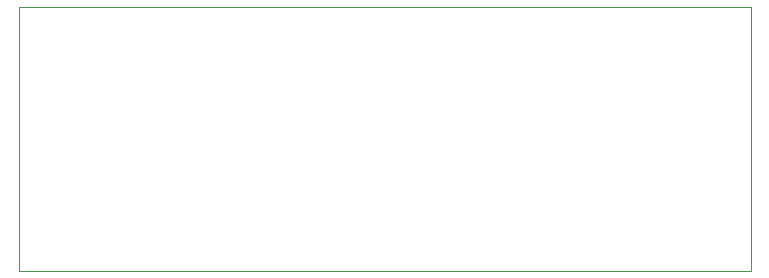
<source format=gbr>
G04 #@! TF.GenerationSoftware,KiCad,Pcbnew,(5.1.10)-1*
G04 #@! TF.CreationDate,2021-10-20T16:58:38-04:00*
G04 #@! TF.ProjectId,buttons,62757474-6f6e-4732-9e6b-696361645f70,rev?*
G04 #@! TF.SameCoordinates,Original*
G04 #@! TF.FileFunction,Profile,NP*
%FSLAX46Y46*%
G04 Gerber Fmt 4.6, Leading zero omitted, Abs format (unit mm)*
G04 Created by KiCad (PCBNEW (5.1.10)-1) date 2021-10-20 16:58:38*
%MOMM*%
%LPD*%
G01*
G04 APERTURE LIST*
G04 #@! TA.AperFunction,Profile*
%ADD10C,0.050000*%
G04 #@! TD*
G04 APERTURE END LIST*
D10*
X152209500Y-55816500D02*
X152209500Y-78168500D01*
X90233500Y-55816500D02*
X152209500Y-55816500D01*
X90233500Y-78168500D02*
X90233500Y-55816500D01*
X152209500Y-78168500D02*
X90233500Y-78168500D01*
M02*

</source>
